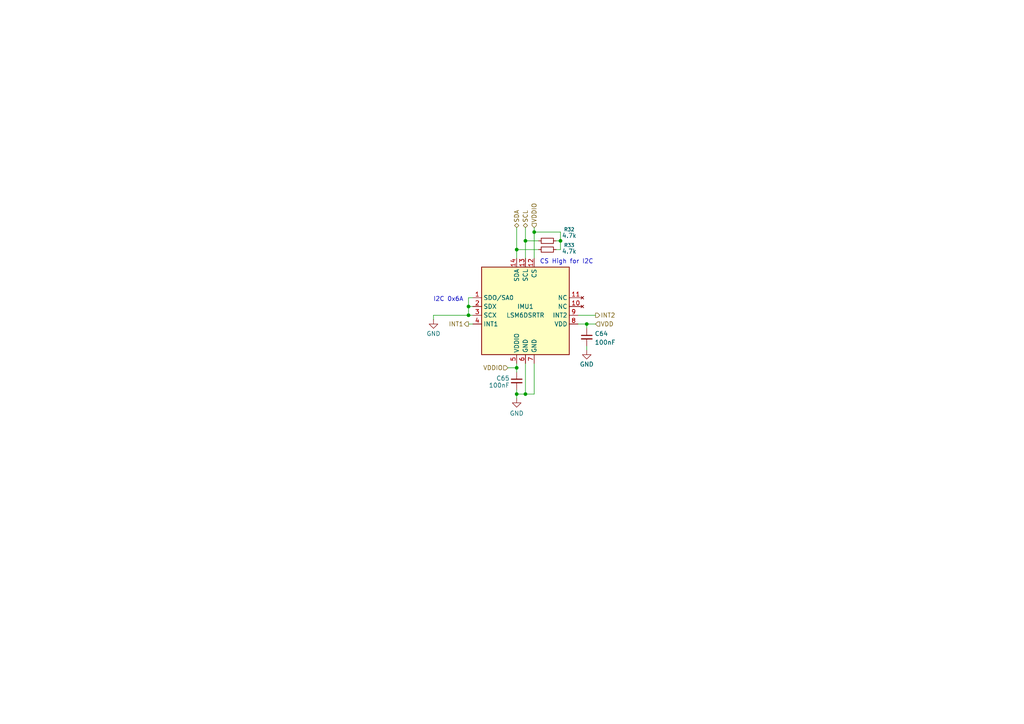
<source format=kicad_sch>
(kicad_sch (version 20250114) (generator "eeschema") (generator_version "9.0")
  (paper "A4")
  (title_block (title "Inertial Measurement Unit") (date "2025-11-23") (rev "1.0") (company "UVic Rocketry") (comment 1 "Author: Eric Handley"))
  (lib_symbols
    (symbol "Device:C_Small" (pin_numbers (hide yes)) (pin_names (offset 0.254) (hide yes))
      (property "Reference" "C" (at 0.254 1.778 0))
      (property "Value" "C_Small" (at 0.254 -2.032 0))
      (symbol "C_Small_0_1"
        (polyline (pts (xy -1.524 0.508) (xy 1.524 0.508)) (stroke (width 0.3048)))
        (polyline (pts (xy -1.524 -0.508) (xy 1.524 -0.508)) (stroke (width 0.3302)))
      )
      (symbol "C_Small_1_1"
        (pin passive line (at 0 2.54 270) (length 2.032) (name "~") (number "1"))
        (pin passive line (at 0 -2.54 90) (length 2.032) (name "~") (number "2"))
      )
    )
    (symbol "Device:R_Small" (pin_numbers (hide yes)) (pin_names (offset 0.254) (hide yes))
      (property "Reference" "R" (at 0 0 90))
      (property "Value" "R_Small" (at 1.778 0 90))
      (symbol "R_Small_0_1"
        (rectangle (start -0.762 1.778) (end 0.762 -1.778) (stroke (width 0.2032)))
      )
      (symbol "R_Small_1_1"
        (pin passive line (at 0 2.54 270) (length 0.762) (name "~") (number "1"))
        (pin passive line (at 0 -2.54 90) (length 0.762) (name "~") (number "2"))
      )
    )
    (symbol "Sensor_Motion:LSM6DS3"
      (property "Reference" "IMU1" (at 0 1.27 0))
      (property "Value" "LSM6DSRTR" (at 0 -1.27 0))
      (symbol "LSM6DS3_0_1"
        (rectangle (start -12.7 12.7) (end 12.7 -12.7) (stroke (width 0.254)) (fill (type background)))
      )
      (symbol "LSM6DS3_1_1"
        (pin bidirectional line (at -15.24 3.81 0) (length 2.54) (name "SDO/SA0") (number "1"))
        (pin bidirectional line (at -15.24 1.27 0) (length 2.54) (name "SDX") (number "2"))
        (pin input line (at -15.24 -1.27 0) (length 2.54) (name "SCX") (number "3"))
        (pin output line (at -15.24 -3.81 0) (length 2.54) (name "INT1") (number "4"))
        (pin bidirectional line (at -2.54 15.24 270) (length 2.54) (name "SDA") (number "14"))
        (pin power_in line (at -2.54 -15.24 90) (length 2.54) (name "VDDIO") (number "5"))
        (pin input line (at 0 15.24 270) (length 2.54) (name "SCL") (number "13"))
        (pin power_in line (at 0 -15.24 90) (length 2.54) (name "GND") (number "6"))
        (pin passive line (at 0 -15.24 90) (length 2.54) (hide yes) (name "GND") (number "7"))
        (pin input line (at 2.54 15.24 270) (length 2.54) (name "CS") (number "12"))
        (pin power_in line (at 2.54 -15.24 90) (length 2.54) (name "GND") (number "7"))
        (pin output line (at 15.24 -1.27 180) (length 2.54) (name "INT2") (number "9"))
        (pin power_in line (at 15.24 -3.81 180) (length 2.54) (name "VDD") (number "8"))
        (pin no_connect line (at 16.51 3.81 180) (length 3.81) (name "NC") (number "11"))
        (pin no_connect line (at 16.51 1.27 180) (length 3.81) (name "NC") (number "10"))
      )
    )
    (symbol "power:GND" (power) (pin_numbers (hide yes)) (pin_names (offset 0) (hide yes))
      (property "Value" "GND" (at 0 -3.81 0))
      (symbol "GND_0_1"
        (polyline (pts (xy 0 0) (xy 0 -1.27) (xy 1.27 -1.27) (xy 0 -2.54) (xy -1.27 -1.27) (xy 0 -1.27)))
      )
      (symbol "GND_1_1"
        (pin power_in line (at 0 0 270) (length 0) (name "~") (number "1"))
      )
    )
  )
  (text "CS High for I2C" (at 164.338 75.946 0) (effects (font (size 1.27 1.27))))
  (text "I2C 0x6A" (at 130.048 86.868 0) (effects (font (size 1.27 1.27))))
  (junction (at 149.86 114.3))
  (junction (at 154.94 67.31))
  (junction (at 135.89 91.44))
  (junction (at 152.4 114.3))
  (junction (at 162.56 69.85))
  (junction (at 170.18 93.98))
  (junction (at 149.86 72.39))
  (junction (at 152.4 69.85))
  (junction (at 149.86 106.68))
  (junction (at 135.89 88.9))
  (wire (pts (xy 162.56 67.31) (xy 154.94 67.31)))
  (wire (pts (xy 154.94 67.31) (xy 154.94 74.93)))
  (wire (pts (xy 149.86 106.68) (xy 149.86 107.95)))
  (wire (pts (xy 149.86 72.39) (xy 149.86 74.93)))
  (wire (pts (xy 162.56 69.85) (xy 162.56 67.31)))
  (wire (pts (xy 152.4 105.41) (xy 152.4 114.3)))
  (wire (pts (xy 170.18 95.25) (xy 170.18 93.98)))
  (wire (pts (xy 149.86 113.03) (xy 149.86 114.3)))
  (wire (pts (xy 154.94 66.04) (xy 154.94 67.31)))
  (wire (pts (xy 152.4 114.3) (xy 154.94 114.3)))
  (wire (pts (xy 149.86 72.39) (xy 156.21 72.39)))
  (wire (pts (xy 147.32 106.68) (xy 149.86 106.68)))
  (wire (pts (xy 135.89 86.36) (xy 135.89 88.9)))
  (wire (pts (xy 135.89 91.44) (xy 137.16 91.44)))
  (wire (pts (xy 135.89 88.9) (xy 135.89 91.44)))
  (wire (pts (xy 152.4 69.85) (xy 156.21 69.85)))
  (wire (pts (xy 162.56 69.85) (xy 161.29 69.85)))
  (wire (pts (xy 172.72 91.44) (xy 167.64 91.44)))
  (wire (pts (xy 170.18 101.6) (xy 170.18 100.33)))
  (wire (pts (xy 152.4 66.04) (xy 152.4 69.85)))
  (wire (pts (xy 125.73 91.44) (xy 125.73 92.71)))
  (wire (pts (xy 152.4 69.85) (xy 152.4 74.93)))
  (wire (pts (xy 149.86 66.04) (xy 149.86 72.39)))
  (wire (pts (xy 154.94 114.3) (xy 154.94 105.41)))
  (wire (pts (xy 149.86 105.41) (xy 149.86 106.68)))
  (wire (pts (xy 125.73 91.44) (xy 135.89 91.44)))
  (wire (pts (xy 149.86 114.3) (xy 152.4 114.3)))
  (wire (pts (xy 167.64 93.98) (xy 170.18 93.98)))
  (wire (pts (xy 149.86 115.57) (xy 149.86 114.3)))
  (wire (pts (xy 161.29 72.39) (xy 162.56 72.39)))
  (wire (pts (xy 135.89 93.98) (xy 137.16 93.98)))
  (wire (pts (xy 170.18 93.98) (xy 172.72 93.98)))
  (wire (pts (xy 137.16 88.9) (xy 135.89 88.9)))
  (wire (pts (xy 135.89 86.36) (xy 137.16 86.36)))
  (wire (pts (xy 162.56 72.39) (xy 162.56 69.85)))
  (hierarchical_label "SDA" (shape bidirectional) (at 149.86 66.04 90))
  (hierarchical_label "VDD" (shape input) (at 172.72 93.98 0))
  (hierarchical_label "VDDIO" (shape input) (at 154.94 66.04 90))
  (hierarchical_label "INT2" (shape output) (at 172.72 91.44 0))
  (hierarchical_label "INT1" (shape output) (at 135.89 93.98 180))
  (hierarchical_label "VDDIO" (shape input) (at 147.32 106.68 180))
  (hierarchical_label "SCL" (shape bidirectional) (at 152.4 66.04 90))
  (symbol (lib_id "Device:R_Small") (at 158.75 69.85 270) (unit 1)
    (property "Reference" "R32" (at 165.1 66.548 90) (effects (font (size 1 1))))
    (property "Value" "4.7k" (at 165.1 68.326 90))
    (property "Description" "Resistor, small symbol" (effects (hide yes)))
  )
  (symbol (lib_id "Device:C_Small") (at 149.86 110.49 0) (mirror y) (unit 1)
    (property "Reference" "C65" (at 147.828 109.728 0) (effects (justify left)))
    (property "Value" "100nF" (at 147.828 111.76 0) (effects (justify left)))
    (property "Description" "Unpolarized capacitor, small symbol" (effects (hide yes)))
  )
  (symbol (lib_id "Sensor_Motion:LSM6DS3") (at 152.4 90.17 0) (unit 1)
    (property "Reference" "IMU1" (at 152.4 88.9 0))
    (property "Value" "LSM6DSRTR" (at 152.4 91.44 0))
    (property "Footprint" "Package_LGA:LGA-14_3x2.5mm_P0.5mm_LayoutBorder3x4y" (effects (hide yes)))
    (property "Datasheet" "https://www.st.com/resource/en/datasheet/lsm6ds3tr-c.pdf" (effects (hide yes)))
    (property "Description" "I2C/SPI, iNEMO inertial module: always-on 3D accelerometer and 3D gyroscope" (effects (hide yes)))
  )
  (symbol (lib_id "power:GND") (at 125.73 92.71 0) (unit 1)
    (property "Reference" "#PWR055" (effects (hide yes)))
    (property "Value" "GND" (at 125.73 96.774 0))
    (property "Description" "Power symbol creates a global label with name \"GND\" , ground" (effects (hide yes)))
  )
  (symbol (lib_id "power:GND") (at 170.18 101.6 0) (unit 1)
    (property "Reference" "#PWR056" (effects (hide yes)))
    (property "Value" "GND" (at 170.18 105.664 0))
    (property "Description" "Power symbol creates a global label with name \"GND\" , ground" (effects (hide yes)))
  )
  (symbol (lib_id "Device:C_Small") (at 170.18 97.79 0) (unit 1)
    (property "Reference" "C64" (at 172.466 96.774 0) (effects (justify left)))
    (property "Value" "100nF" (at 172.466 99.314 0) (effects (justify left)))
    (property "Description" "Unpolarized capacitor, small symbol" (effects (hide yes)))
  )
  (symbol (lib_id "power:GND") (at 149.86 115.57 0) (unit 1)
    (property "Reference" "#PWR057" (effects (hide yes)))
    (property "Value" "GND" (at 149.86 119.888 0))
    (property "Description" "Power symbol creates a global label with name \"GND\" , ground" (effects (hide yes)))
  )
  (symbol (lib_id "Device:R_Small") (at 158.75 72.39 270) (unit 1)
    (property "Reference" "R33" (at 165.1 71.12 90) (effects (font (size 1 1))))
    (property "Value" "4.7k" (at 165.1 72.898 90))
    (property "Description" "Resistor, small symbol" (effects (hide yes)))
  )
)
</source>
